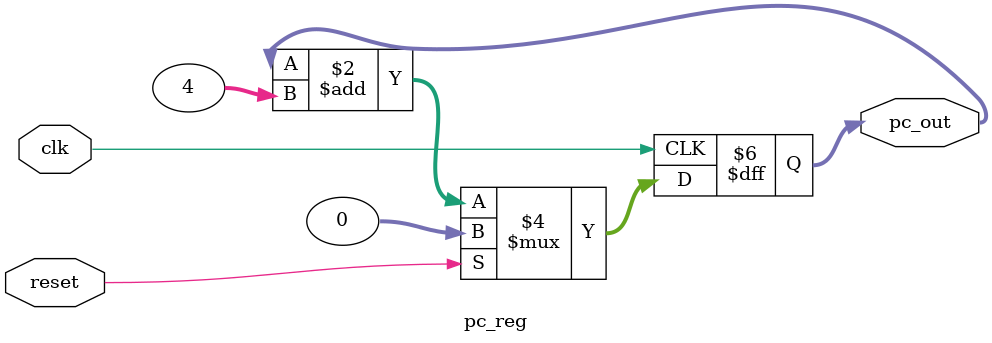
<source format=v>
module pc_reg(
    input wire clk,
    input wire reset,
    output reg [31:0]pc_out
);
    always@(posedge clk)begin
        if(reset)begin
            pc_out <= 32'b0;
        end else begin
            pc_out <= pc_out + 32'd4;
        end
    end
endmodule
</source>
